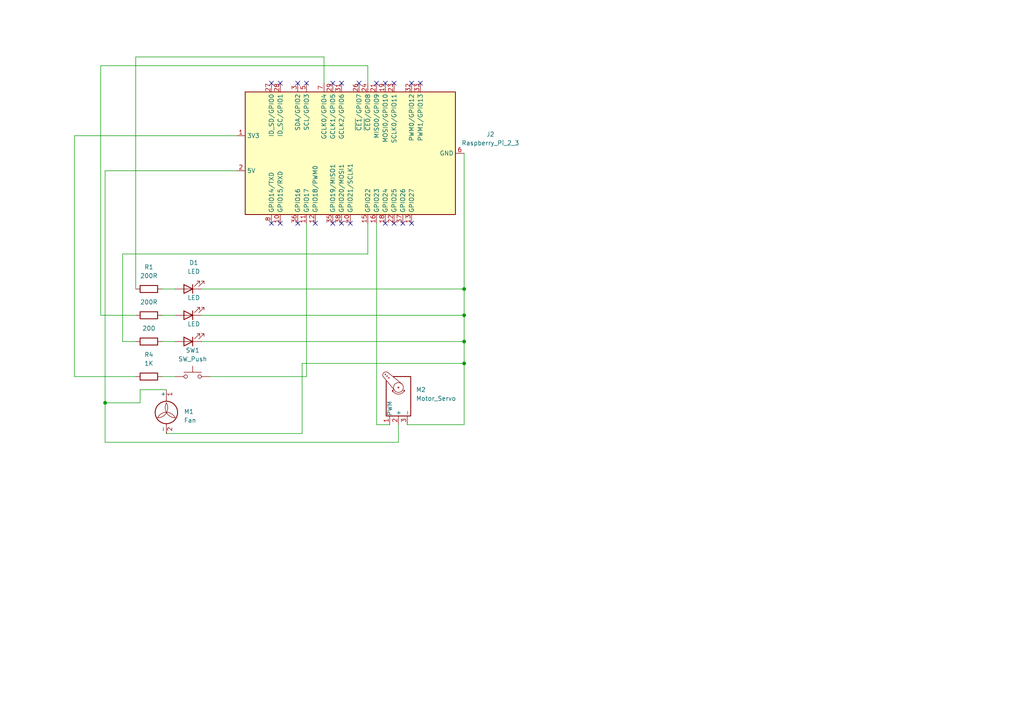
<source format=kicad_sch>
(kicad_sch
	(version 20231120)
	(generator "eeschema")
	(generator_version "8.0")
	(uuid "de29cac4-e34c-4a73-8b34-01951755c871")
	(paper "A4")
	(lib_symbols
		(symbol "Connector:Raspberry_Pi_2_3"
			(exclude_from_sim no)
			(in_bom yes)
			(on_board yes)
			(property "Reference" "J"
				(at -17.78 31.75 0)
				(effects
					(font
						(size 1.27 1.27)
					)
					(justify left bottom)
				)
			)
			(property "Value" "Raspberry_Pi_2_3"
				(at 10.16 -31.75 0)
				(effects
					(font
						(size 1.27 1.27)
					)
					(justify left top)
				)
			)
			(property "Footprint" ""
				(at 0 0 0)
				(effects
					(font
						(size 1.27 1.27)
					)
					(hide yes)
				)
			)
			(property "Datasheet" "https://www.raspberrypi.org/documentation/hardware/raspberrypi/schematics/rpi_SCH_3bplus_1p0_reduced.pdf"
				(at 60.96 -44.45 0)
				(effects
					(font
						(size 1.27 1.27)
					)
					(hide yes)
				)
			)
			(property "Description" "expansion header for Raspberry Pi 2 & 3"
				(at 0 0 0)
				(effects
					(font
						(size 1.27 1.27)
					)
					(hide yes)
				)
			)
			(property "ki_keywords" "raspberrypi gpio"
				(at 0 0 0)
				(effects
					(font
						(size 1.27 1.27)
					)
					(hide yes)
				)
			)
			(property "ki_fp_filters" "PinHeader*2x20*P2.54mm*Vertical* PinSocket*2x20*P2.54mm*Vertical*"
				(at 0 0 0)
				(effects
					(font
						(size 1.27 1.27)
					)
					(hide yes)
				)
			)
			(symbol "Raspberry_Pi_2_3_0_1"
				(rectangle
					(start -17.78 30.48)
					(end 17.78 -30.48)
					(stroke
						(width 0.254)
						(type default)
					)
					(fill
						(type background)
					)
				)
			)
			(symbol "Raspberry_Pi_2_3_1_1"
				(pin power_in line
					(at 5.08 33.02 270)
					(length 2.54)
					(name "3V3"
						(effects
							(font
								(size 1.27 1.27)
							)
						)
					)
					(number "1"
						(effects
							(font
								(size 1.27 1.27)
							)
						)
					)
				)
				(pin bidirectional line
					(at -20.32 20.32 0)
					(length 2.54)
					(name "GPIO15/RXD"
						(effects
							(font
								(size 1.27 1.27)
							)
						)
					)
					(number "10"
						(effects
							(font
								(size 1.27 1.27)
							)
						)
					)
				)
				(pin bidirectional line
					(at -20.32 12.7 0)
					(length 2.54)
					(name "GPIO17"
						(effects
							(font
								(size 1.27 1.27)
							)
						)
					)
					(number "11"
						(effects
							(font
								(size 1.27 1.27)
							)
						)
					)
				)
				(pin bidirectional line
					(at -20.32 10.16 0)
					(length 2.54)
					(name "GPIO18/PWM0"
						(effects
							(font
								(size 1.27 1.27)
							)
						)
					)
					(number "12"
						(effects
							(font
								(size 1.27 1.27)
							)
						)
					)
				)
				(pin bidirectional line
					(at -20.32 -17.78 0)
					(length 2.54)
					(name "GPIO27"
						(effects
							(font
								(size 1.27 1.27)
							)
						)
					)
					(number "13"
						(effects
							(font
								(size 1.27 1.27)
							)
						)
					)
				)
				(pin passive line
					(at 0 -33.02 90)
					(length 2.54) hide
					(name "GND"
						(effects
							(font
								(size 1.27 1.27)
							)
						)
					)
					(number "14"
						(effects
							(font
								(size 1.27 1.27)
							)
						)
					)
				)
				(pin bidirectional line
					(at -20.32 -5.08 0)
					(length 2.54)
					(name "GPIO22"
						(effects
							(font
								(size 1.27 1.27)
							)
						)
					)
					(number "15"
						(effects
							(font
								(size 1.27 1.27)
							)
						)
					)
				)
				(pin bidirectional line
					(at -20.32 -7.62 0)
					(length 2.54)
					(name "GPIO23"
						(effects
							(font
								(size 1.27 1.27)
							)
						)
					)
					(number "16"
						(effects
							(font
								(size 1.27 1.27)
							)
						)
					)
				)
				(pin passive line
					(at 5.08 33.02 270)
					(length 2.54) hide
					(name "3V3"
						(effects
							(font
								(size 1.27 1.27)
							)
						)
					)
					(number "17"
						(effects
							(font
								(size 1.27 1.27)
							)
						)
					)
				)
				(pin bidirectional line
					(at -20.32 -10.16 0)
					(length 2.54)
					(name "GPIO24"
						(effects
							(font
								(size 1.27 1.27)
							)
						)
					)
					(number "18"
						(effects
							(font
								(size 1.27 1.27)
							)
						)
					)
				)
				(pin bidirectional line
					(at 20.32 -10.16 180)
					(length 2.54)
					(name "MOSI0/GPIO10"
						(effects
							(font
								(size 1.27 1.27)
							)
						)
					)
					(number "19"
						(effects
							(font
								(size 1.27 1.27)
							)
						)
					)
				)
				(pin power_in line
					(at -5.08 33.02 270)
					(length 2.54)
					(name "5V"
						(effects
							(font
								(size 1.27 1.27)
							)
						)
					)
					(number "2"
						(effects
							(font
								(size 1.27 1.27)
							)
						)
					)
				)
				(pin passive line
					(at 0 -33.02 90)
					(length 2.54) hide
					(name "GND"
						(effects
							(font
								(size 1.27 1.27)
							)
						)
					)
					(number "20"
						(effects
							(font
								(size 1.27 1.27)
							)
						)
					)
				)
				(pin bidirectional line
					(at 20.32 -7.62 180)
					(length 2.54)
					(name "MISO0/GPIO9"
						(effects
							(font
								(size 1.27 1.27)
							)
						)
					)
					(number "21"
						(effects
							(font
								(size 1.27 1.27)
							)
						)
					)
				)
				(pin bidirectional line
					(at -20.32 -12.7 0)
					(length 2.54)
					(name "GPIO25"
						(effects
							(font
								(size 1.27 1.27)
							)
						)
					)
					(number "22"
						(effects
							(font
								(size 1.27 1.27)
							)
						)
					)
				)
				(pin bidirectional line
					(at 20.32 -12.7 180)
					(length 2.54)
					(name "SCLK0/GPIO11"
						(effects
							(font
								(size 1.27 1.27)
							)
						)
					)
					(number "23"
						(effects
							(font
								(size 1.27 1.27)
							)
						)
					)
				)
				(pin bidirectional line
					(at 20.32 -5.08 180)
					(length 2.54)
					(name "~{CE0}/GPIO8"
						(effects
							(font
								(size 1.27 1.27)
							)
						)
					)
					(number "24"
						(effects
							(font
								(size 1.27 1.27)
							)
						)
					)
				)
				(pin passive line
					(at 0 -33.02 90)
					(length 2.54) hide
					(name "GND"
						(effects
							(font
								(size 1.27 1.27)
							)
						)
					)
					(number "25"
						(effects
							(font
								(size 1.27 1.27)
							)
						)
					)
				)
				(pin bidirectional line
					(at 20.32 -2.54 180)
					(length 2.54)
					(name "~{CE1}/GPIO7"
						(effects
							(font
								(size 1.27 1.27)
							)
						)
					)
					(number "26"
						(effects
							(font
								(size 1.27 1.27)
							)
						)
					)
				)
				(pin bidirectional line
					(at 20.32 22.86 180)
					(length 2.54)
					(name "ID_SD/GPIO0"
						(effects
							(font
								(size 1.27 1.27)
							)
						)
					)
					(number "27"
						(effects
							(font
								(size 1.27 1.27)
							)
						)
					)
				)
				(pin bidirectional line
					(at 20.32 20.32 180)
					(length 2.54)
					(name "ID_SC/GPIO1"
						(effects
							(font
								(size 1.27 1.27)
							)
						)
					)
					(number "28"
						(effects
							(font
								(size 1.27 1.27)
							)
						)
					)
				)
				(pin bidirectional line
					(at 20.32 5.08 180)
					(length 2.54)
					(name "GCLK1/GPIO5"
						(effects
							(font
								(size 1.27 1.27)
							)
						)
					)
					(number "29"
						(effects
							(font
								(size 1.27 1.27)
							)
						)
					)
				)
				(pin bidirectional line
					(at 20.32 15.24 180)
					(length 2.54)
					(name "SDA/GPIO2"
						(effects
							(font
								(size 1.27 1.27)
							)
						)
					)
					(number "3"
						(effects
							(font
								(size 1.27 1.27)
							)
						)
					)
				)
				(pin passive line
					(at 0 -33.02 90)
					(length 2.54) hide
					(name "GND"
						(effects
							(font
								(size 1.27 1.27)
							)
						)
					)
					(number "30"
						(effects
							(font
								(size 1.27 1.27)
							)
						)
					)
				)
				(pin bidirectional line
					(at 20.32 2.54 180)
					(length 2.54)
					(name "GCLK2/GPIO6"
						(effects
							(font
								(size 1.27 1.27)
							)
						)
					)
					(number "31"
						(effects
							(font
								(size 1.27 1.27)
							)
						)
					)
				)
				(pin bidirectional line
					(at 20.32 -17.78 180)
					(length 2.54)
					(name "PWM0/GPIO12"
						(effects
							(font
								(size 1.27 1.27)
							)
						)
					)
					(number "32"
						(effects
							(font
								(size 1.27 1.27)
							)
						)
					)
				)
				(pin bidirectional line
					(at 20.32 -20.32 180)
					(length 2.54)
					(name "PWM1/GPIO13"
						(effects
							(font
								(size 1.27 1.27)
							)
						)
					)
					(number "33"
						(effects
							(font
								(size 1.27 1.27)
							)
						)
					)
				)
				(pin passive line
					(at 0 -33.02 90)
					(length 2.54) hide
					(name "GND"
						(effects
							(font
								(size 1.27 1.27)
							)
						)
					)
					(number "34"
						(effects
							(font
								(size 1.27 1.27)
							)
						)
					)
				)
				(pin bidirectional line
					(at -20.32 5.08 0)
					(length 2.54)
					(name "GPIO19/MISO1"
						(effects
							(font
								(size 1.27 1.27)
							)
						)
					)
					(number "35"
						(effects
							(font
								(size 1.27 1.27)
							)
						)
					)
				)
				(pin bidirectional line
					(at -20.32 15.24 0)
					(length 2.54)
					(name "GPIO16"
						(effects
							(font
								(size 1.27 1.27)
							)
						)
					)
					(number "36"
						(effects
							(font
								(size 1.27 1.27)
							)
						)
					)
				)
				(pin bidirectional line
					(at -20.32 -15.24 0)
					(length 2.54)
					(name "GPIO26"
						(effects
							(font
								(size 1.27 1.27)
							)
						)
					)
					(number "37"
						(effects
							(font
								(size 1.27 1.27)
							)
						)
					)
				)
				(pin bidirectional line
					(at -20.32 2.54 0)
					(length 2.54)
					(name "GPIO20/MOSI1"
						(effects
							(font
								(size 1.27 1.27)
							)
						)
					)
					(number "38"
						(effects
							(font
								(size 1.27 1.27)
							)
						)
					)
				)
				(pin passive line
					(at 0 -33.02 90)
					(length 2.54) hide
					(name "GND"
						(effects
							(font
								(size 1.27 1.27)
							)
						)
					)
					(number "39"
						(effects
							(font
								(size 1.27 1.27)
							)
						)
					)
				)
				(pin passive line
					(at -5.08 33.02 270)
					(length 2.54) hide
					(name "5V"
						(effects
							(font
								(size 1.27 1.27)
							)
						)
					)
					(number "4"
						(effects
							(font
								(size 1.27 1.27)
							)
						)
					)
				)
				(pin bidirectional line
					(at -20.32 0 0)
					(length 2.54)
					(name "GPIO21/SCLK1"
						(effects
							(font
								(size 1.27 1.27)
							)
						)
					)
					(number "40"
						(effects
							(font
								(size 1.27 1.27)
							)
						)
					)
				)
				(pin bidirectional line
					(at 20.32 12.7 180)
					(length 2.54)
					(name "SCL/GPIO3"
						(effects
							(font
								(size 1.27 1.27)
							)
						)
					)
					(number "5"
						(effects
							(font
								(size 1.27 1.27)
							)
						)
					)
				)
				(pin power_in line
					(at 0 -33.02 90)
					(length 2.54)
					(name "GND"
						(effects
							(font
								(size 1.27 1.27)
							)
						)
					)
					(number "6"
						(effects
							(font
								(size 1.27 1.27)
							)
						)
					)
				)
				(pin bidirectional line
					(at 20.32 7.62 180)
					(length 2.54)
					(name "GCLK0/GPIO4"
						(effects
							(font
								(size 1.27 1.27)
							)
						)
					)
					(number "7"
						(effects
							(font
								(size 1.27 1.27)
							)
						)
					)
				)
				(pin bidirectional line
					(at -20.32 22.86 0)
					(length 2.54)
					(name "GPIO14/TXD"
						(effects
							(font
								(size 1.27 1.27)
							)
						)
					)
					(number "8"
						(effects
							(font
								(size 1.27 1.27)
							)
						)
					)
				)
				(pin passive line
					(at 0 -33.02 90)
					(length 2.54) hide
					(name "GND"
						(effects
							(font
								(size 1.27 1.27)
							)
						)
					)
					(number "9"
						(effects
							(font
								(size 1.27 1.27)
							)
						)
					)
				)
			)
		)
		(symbol "Device:LED"
			(pin_numbers hide)
			(pin_names
				(offset 1.016) hide)
			(exclude_from_sim no)
			(in_bom yes)
			(on_board yes)
			(property "Reference" "D"
				(at 0 2.54 0)
				(effects
					(font
						(size 1.27 1.27)
					)
				)
			)
			(property "Value" "LED"
				(at 0 -2.54 0)
				(effects
					(font
						(size 1.27 1.27)
					)
				)
			)
			(property "Footprint" ""
				(at 0 0 0)
				(effects
					(font
						(size 1.27 1.27)
					)
					(hide yes)
				)
			)
			(property "Datasheet" "~"
				(at 0 0 0)
				(effects
					(font
						(size 1.27 1.27)
					)
					(hide yes)
				)
			)
			(property "Description" "Light emitting diode"
				(at 0 0 0)
				(effects
					(font
						(size 1.27 1.27)
					)
					(hide yes)
				)
			)
			(property "ki_keywords" "LED diode"
				(at 0 0 0)
				(effects
					(font
						(size 1.27 1.27)
					)
					(hide yes)
				)
			)
			(property "ki_fp_filters" "LED* LED_SMD:* LED_THT:*"
				(at 0 0 0)
				(effects
					(font
						(size 1.27 1.27)
					)
					(hide yes)
				)
			)
			(symbol "LED_0_1"
				(polyline
					(pts
						(xy -1.27 -1.27) (xy -1.27 1.27)
					)
					(stroke
						(width 0.254)
						(type default)
					)
					(fill
						(type none)
					)
				)
				(polyline
					(pts
						(xy -1.27 0) (xy 1.27 0)
					)
					(stroke
						(width 0)
						(type default)
					)
					(fill
						(type none)
					)
				)
				(polyline
					(pts
						(xy 1.27 -1.27) (xy 1.27 1.27) (xy -1.27 0) (xy 1.27 -1.27)
					)
					(stroke
						(width 0.254)
						(type default)
					)
					(fill
						(type none)
					)
				)
				(polyline
					(pts
						(xy -3.048 -0.762) (xy -4.572 -2.286) (xy -3.81 -2.286) (xy -4.572 -2.286) (xy -4.572 -1.524)
					)
					(stroke
						(width 0)
						(type default)
					)
					(fill
						(type none)
					)
				)
				(polyline
					(pts
						(xy -1.778 -0.762) (xy -3.302 -2.286) (xy -2.54 -2.286) (xy -3.302 -2.286) (xy -3.302 -1.524)
					)
					(stroke
						(width 0)
						(type default)
					)
					(fill
						(type none)
					)
				)
			)
			(symbol "LED_1_1"
				(pin passive line
					(at -3.81 0 0)
					(length 2.54)
					(name "K"
						(effects
							(font
								(size 1.27 1.27)
							)
						)
					)
					(number "1"
						(effects
							(font
								(size 1.27 1.27)
							)
						)
					)
				)
				(pin passive line
					(at 3.81 0 180)
					(length 2.54)
					(name "A"
						(effects
							(font
								(size 1.27 1.27)
							)
						)
					)
					(number "2"
						(effects
							(font
								(size 1.27 1.27)
							)
						)
					)
				)
			)
		)
		(symbol "Device:R"
			(pin_numbers hide)
			(pin_names
				(offset 0)
			)
			(exclude_from_sim no)
			(in_bom yes)
			(on_board yes)
			(property "Reference" "R"
				(at 2.032 0 90)
				(effects
					(font
						(size 1.27 1.27)
					)
				)
			)
			(property "Value" "R"
				(at 0 0 90)
				(effects
					(font
						(size 1.27 1.27)
					)
				)
			)
			(property "Footprint" ""
				(at -1.778 0 90)
				(effects
					(font
						(size 1.27 1.27)
					)
					(hide yes)
				)
			)
			(property "Datasheet" "~"
				(at 0 0 0)
				(effects
					(font
						(size 1.27 1.27)
					)
					(hide yes)
				)
			)
			(property "Description" "Resistor"
				(at 0 0 0)
				(effects
					(font
						(size 1.27 1.27)
					)
					(hide yes)
				)
			)
			(property "ki_keywords" "R res resistor"
				(at 0 0 0)
				(effects
					(font
						(size 1.27 1.27)
					)
					(hide yes)
				)
			)
			(property "ki_fp_filters" "R_*"
				(at 0 0 0)
				(effects
					(font
						(size 1.27 1.27)
					)
					(hide yes)
				)
			)
			(symbol "R_0_1"
				(rectangle
					(start -1.016 -2.54)
					(end 1.016 2.54)
					(stroke
						(width 0.254)
						(type default)
					)
					(fill
						(type none)
					)
				)
			)
			(symbol "R_1_1"
				(pin passive line
					(at 0 3.81 270)
					(length 1.27)
					(name "~"
						(effects
							(font
								(size 1.27 1.27)
							)
						)
					)
					(number "1"
						(effects
							(font
								(size 1.27 1.27)
							)
						)
					)
				)
				(pin passive line
					(at 0 -3.81 90)
					(length 1.27)
					(name "~"
						(effects
							(font
								(size 1.27 1.27)
							)
						)
					)
					(number "2"
						(effects
							(font
								(size 1.27 1.27)
							)
						)
					)
				)
			)
		)
		(symbol "Motor:Fan"
			(pin_names
				(offset 0)
			)
			(exclude_from_sim no)
			(in_bom yes)
			(on_board yes)
			(property "Reference" "M"
				(at 2.54 5.08 0)
				(effects
					(font
						(size 1.27 1.27)
					)
					(justify left)
				)
			)
			(property "Value" "Fan"
				(at 2.54 -2.54 0)
				(effects
					(font
						(size 1.27 1.27)
					)
					(justify left top)
				)
			)
			(property "Footprint" ""
				(at 0 0.254 0)
				(effects
					(font
						(size 1.27 1.27)
					)
					(hide yes)
				)
			)
			(property "Datasheet" "~"
				(at 0 0.254 0)
				(effects
					(font
						(size 1.27 1.27)
					)
					(hide yes)
				)
			)
			(property "Description" "Fan"
				(at 0 0 0)
				(effects
					(font
						(size 1.27 1.27)
					)
					(hide yes)
				)
			)
			(property "ki_keywords" "Fan Motor"
				(at 0 0 0)
				(effects
					(font
						(size 1.27 1.27)
					)
					(hide yes)
				)
			)
			(property "ki_fp_filters" "PinHeader*P2.54mm* TerminalBlock*"
				(at 0 0 0)
				(effects
					(font
						(size 1.27 1.27)
					)
					(hide yes)
				)
			)
			(symbol "Fan_0_1"
				(arc
					(start -2.54 -0.508)
					(mid 0.0028 0.9121)
					(end 0 3.81)
					(stroke
						(width 0)
						(type default)
					)
					(fill
						(type none)
					)
				)
				(polyline
					(pts
						(xy 0 -5.08) (xy 0 -4.572)
					)
					(stroke
						(width 0)
						(type default)
					)
					(fill
						(type none)
					)
				)
				(polyline
					(pts
						(xy 0 -2.2352) (xy 0 -2.6416)
					)
					(stroke
						(width 0)
						(type default)
					)
					(fill
						(type none)
					)
				)
				(polyline
					(pts
						(xy 0 4.2672) (xy 0 4.6228)
					)
					(stroke
						(width 0)
						(type default)
					)
					(fill
						(type none)
					)
				)
				(polyline
					(pts
						(xy 0 4.572) (xy 0 5.08)
					)
					(stroke
						(width 0)
						(type default)
					)
					(fill
						(type none)
					)
				)
				(circle
					(center 0 1.016)
					(radius 3.2512)
					(stroke
						(width 0.254)
						(type default)
					)
					(fill
						(type none)
					)
				)
				(arc
					(start 0 3.81)
					(mid 0.053 0.921)
					(end 2.54 -0.508)
					(stroke
						(width 0)
						(type default)
					)
					(fill
						(type none)
					)
				)
				(arc
					(start 2.54 -0.508)
					(mid 0 1.0618)
					(end -2.54 -0.508)
					(stroke
						(width 0)
						(type default)
					)
					(fill
						(type none)
					)
				)
			)
			(symbol "Fan_1_1"
				(pin passive line
					(at 0 7.62 270)
					(length 2.54)
					(name "+"
						(effects
							(font
								(size 1.27 1.27)
							)
						)
					)
					(number "1"
						(effects
							(font
								(size 1.27 1.27)
							)
						)
					)
				)
				(pin passive line
					(at 0 -5.08 90)
					(length 2.54)
					(name "-"
						(effects
							(font
								(size 1.27 1.27)
							)
						)
					)
					(number "2"
						(effects
							(font
								(size 1.27 1.27)
							)
						)
					)
				)
			)
		)
		(symbol "Motor:Motor_Servo"
			(pin_names
				(offset 0.0254)
			)
			(exclude_from_sim no)
			(in_bom yes)
			(on_board yes)
			(property "Reference" "M"
				(at -5.08 4.445 0)
				(effects
					(font
						(size 1.27 1.27)
					)
					(justify left)
				)
			)
			(property "Value" "Motor_Servo"
				(at -5.08 -4.064 0)
				(effects
					(font
						(size 1.27 1.27)
					)
					(justify left top)
				)
			)
			(property "Footprint" ""
				(at 0 -4.826 0)
				(effects
					(font
						(size 1.27 1.27)
					)
					(hide yes)
				)
			)
			(property "Datasheet" "http://forums.parallax.com/uploads/attachments/46831/74481.png"
				(at 0 -4.826 0)
				(effects
					(font
						(size 1.27 1.27)
					)
					(hide yes)
				)
			)
			(property "Description" "Servo Motor (Futaba, HiTec, JR connector)"
				(at 0 0 0)
				(effects
					(font
						(size 1.27 1.27)
					)
					(hide yes)
				)
			)
			(property "ki_keywords" "Servo Motor"
				(at 0 0 0)
				(effects
					(font
						(size 1.27 1.27)
					)
					(hide yes)
				)
			)
			(property "ki_fp_filters" "PinHeader*P2.54mm*"
				(at 0 0 0)
				(effects
					(font
						(size 1.27 1.27)
					)
					(hide yes)
				)
			)
			(symbol "Motor_Servo_0_1"
				(polyline
					(pts
						(xy 2.413 -1.778) (xy 2.032 -1.778)
					)
					(stroke
						(width 0)
						(type default)
					)
					(fill
						(type none)
					)
				)
				(polyline
					(pts
						(xy 2.413 -1.778) (xy 2.286 -1.397)
					)
					(stroke
						(width 0)
						(type default)
					)
					(fill
						(type none)
					)
				)
				(polyline
					(pts
						(xy 2.413 1.778) (xy 1.905 1.778)
					)
					(stroke
						(width 0)
						(type default)
					)
					(fill
						(type none)
					)
				)
				(polyline
					(pts
						(xy 2.413 1.778) (xy 2.286 1.397)
					)
					(stroke
						(width 0)
						(type default)
					)
					(fill
						(type none)
					)
				)
				(polyline
					(pts
						(xy 6.35 4.445) (xy 2.54 1.27)
					)
					(stroke
						(width 0)
						(type default)
					)
					(fill
						(type none)
					)
				)
				(polyline
					(pts
						(xy 7.62 3.175) (xy 4.191 -1.016)
					)
					(stroke
						(width 0)
						(type default)
					)
					(fill
						(type none)
					)
				)
				(polyline
					(pts
						(xy 5.08 3.556) (xy -5.08 3.556) (xy -5.08 -3.556) (xy 6.35 -3.556) (xy 6.35 1.524)
					)
					(stroke
						(width 0.254)
						(type default)
					)
					(fill
						(type none)
					)
				)
				(arc
					(start 2.413 1.778)
					(mid 1.2406 0)
					(end 2.413 -1.778)
					(stroke
						(width 0)
						(type default)
					)
					(fill
						(type none)
					)
				)
				(circle
					(center 3.175 0)
					(radius 0.1778)
					(stroke
						(width 0)
						(type default)
					)
					(fill
						(type none)
					)
				)
				(circle
					(center 3.175 0)
					(radius 1.4224)
					(stroke
						(width 0)
						(type default)
					)
					(fill
						(type none)
					)
				)
				(circle
					(center 5.969 2.794)
					(radius 0.127)
					(stroke
						(width 0)
						(type default)
					)
					(fill
						(type none)
					)
				)
				(circle
					(center 6.477 3.302)
					(radius 0.127)
					(stroke
						(width 0)
						(type default)
					)
					(fill
						(type none)
					)
				)
				(circle
					(center 6.985 3.81)
					(radius 0.127)
					(stroke
						(width 0)
						(type default)
					)
					(fill
						(type none)
					)
				)
				(arc
					(start 7.62 3.175)
					(mid 7.4485 4.2735)
					(end 6.35 4.445)
					(stroke
						(width 0)
						(type default)
					)
					(fill
						(type none)
					)
				)
			)
			(symbol "Motor_Servo_1_1"
				(pin passive line
					(at -7.62 2.54 0)
					(length 2.54)
					(name "PWM"
						(effects
							(font
								(size 1.27 1.27)
							)
						)
					)
					(number "1"
						(effects
							(font
								(size 1.27 1.27)
							)
						)
					)
				)
				(pin passive line
					(at -7.62 0 0)
					(length 2.54)
					(name "+"
						(effects
							(font
								(size 1.27 1.27)
							)
						)
					)
					(number "2"
						(effects
							(font
								(size 1.27 1.27)
							)
						)
					)
				)
				(pin passive line
					(at -7.62 -2.54 0)
					(length 2.54)
					(name "-"
						(effects
							(font
								(size 1.27 1.27)
							)
						)
					)
					(number "3"
						(effects
							(font
								(size 1.27 1.27)
							)
						)
					)
				)
			)
		)
		(symbol "Switch:SW_Push"
			(pin_numbers hide)
			(pin_names
				(offset 1.016) hide)
			(exclude_from_sim no)
			(in_bom yes)
			(on_board yes)
			(property "Reference" "SW"
				(at 1.27 2.54 0)
				(effects
					(font
						(size 1.27 1.27)
					)
					(justify left)
				)
			)
			(property "Value" "SW_Push"
				(at 0 -1.524 0)
				(effects
					(font
						(size 1.27 1.27)
					)
				)
			)
			(property "Footprint" ""
				(at 0 5.08 0)
				(effects
					(font
						(size 1.27 1.27)
					)
					(hide yes)
				)
			)
			(property "Datasheet" "~"
				(at 0 5.08 0)
				(effects
					(font
						(size 1.27 1.27)
					)
					(hide yes)
				)
			)
			(property "Description" "Push button switch, generic, two pins"
				(at 0 0 0)
				(effects
					(font
						(size 1.27 1.27)
					)
					(hide yes)
				)
			)
			(property "ki_keywords" "switch normally-open pushbutton push-button"
				(at 0 0 0)
				(effects
					(font
						(size 1.27 1.27)
					)
					(hide yes)
				)
			)
			(symbol "SW_Push_0_1"
				(circle
					(center -2.032 0)
					(radius 0.508)
					(stroke
						(width 0)
						(type default)
					)
					(fill
						(type none)
					)
				)
				(polyline
					(pts
						(xy 0 1.27) (xy 0 3.048)
					)
					(stroke
						(width 0)
						(type default)
					)
					(fill
						(type none)
					)
				)
				(polyline
					(pts
						(xy 2.54 1.27) (xy -2.54 1.27)
					)
					(stroke
						(width 0)
						(type default)
					)
					(fill
						(type none)
					)
				)
				(circle
					(center 2.032 0)
					(radius 0.508)
					(stroke
						(width 0)
						(type default)
					)
					(fill
						(type none)
					)
				)
				(pin passive line
					(at -5.08 0 0)
					(length 2.54)
					(name "1"
						(effects
							(font
								(size 1.27 1.27)
							)
						)
					)
					(number "1"
						(effects
							(font
								(size 1.27 1.27)
							)
						)
					)
				)
				(pin passive line
					(at 5.08 0 180)
					(length 2.54)
					(name "2"
						(effects
							(font
								(size 1.27 1.27)
							)
						)
					)
					(number "2"
						(effects
							(font
								(size 1.27 1.27)
							)
						)
					)
				)
			)
		)
	)
	(junction
		(at 134.62 83.82)
		(diameter 0)
		(color 0 0 0 0)
		(uuid "16644eb6-e490-4267-ac64-e52b0cb68158")
	)
	(junction
		(at 134.62 105.41)
		(diameter 0)
		(color 0 0 0 0)
		(uuid "413587b7-c544-4301-9be0-91c005bf082c")
	)
	(junction
		(at 134.62 91.44)
		(diameter 0)
		(color 0 0 0 0)
		(uuid "5469b9e3-713d-43a1-a885-9f5b7cab38a2")
	)
	(junction
		(at 134.62 99.06)
		(diameter 0)
		(color 0 0 0 0)
		(uuid "79bb362c-365d-4569-b925-d3d2317ccaa1")
	)
	(junction
		(at 30.48 116.84)
		(diameter 0)
		(color 0 0 0 0)
		(uuid "a8e57d21-2276-4ad0-a8f5-7202a72e45c4")
	)
	(no_connect
		(at 81.28 64.77)
		(uuid "05be58ef-4c25-4e02-bb50-4778de75558c")
	)
	(no_connect
		(at 91.44 64.77)
		(uuid "079906d2-f235-45ad-8190-a6101ffba826")
	)
	(no_connect
		(at 81.28 24.13)
		(uuid "18f85d52-9b47-4712-a1f7-a4fe447afa6a")
	)
	(no_connect
		(at 101.6 64.77)
		(uuid "1a680527-b4bd-4034-80f1-f4b30d2e3670")
	)
	(no_connect
		(at 111.76 24.13)
		(uuid "2a6cee29-a9c6-4474-858d-be049b419ebc")
	)
	(no_connect
		(at 86.36 64.77)
		(uuid "33340d5f-7244-4082-840a-f850d702c68c")
	)
	(no_connect
		(at 99.06 64.77)
		(uuid "35d05585-5837-478a-8129-7cb7af1cfd01")
	)
	(no_connect
		(at 104.14 24.13)
		(uuid "39a6ce40-6fb7-4b89-b9d0-74c241c55c38")
	)
	(no_connect
		(at 121.92 24.13)
		(uuid "3ba78db4-a34d-46ba-86da-5233ac2fa2c8")
	)
	(no_connect
		(at 114.3 24.13)
		(uuid "3ef7988b-d48f-44e8-b3e4-5e008b986019")
	)
	(no_connect
		(at 99.06 24.13)
		(uuid "431a1ba6-cc3e-4914-9b8a-4d8b614f23be")
	)
	(no_connect
		(at 116.84 64.77)
		(uuid "459aeb53-beec-4019-9975-0b48c915e2c6")
	)
	(no_connect
		(at 86.36 24.13)
		(uuid "5f0e15d6-f747-4c76-8068-ddbc7f650fdb")
	)
	(no_connect
		(at 114.3 64.77)
		(uuid "63a425a3-cba0-4d88-b8b6-a397d849bde3")
	)
	(no_connect
		(at 78.74 64.77)
		(uuid "6a5912b9-32b5-4f04-81a0-ecf3ae78a156")
	)
	(no_connect
		(at 96.52 24.13)
		(uuid "8b744311-e916-4d79-886d-2f124ddb4011")
	)
	(no_connect
		(at 111.76 64.77)
		(uuid "9284414e-a076-4f27-8f30-c2428b3d38c4")
	)
	(no_connect
		(at 119.38 64.77)
		(uuid "95477628-46d3-4148-a3f1-5af62a38aa40")
	)
	(no_connect
		(at 88.9 24.13)
		(uuid "a0e37eea-7027-4de4-b9cd-9014431f5d17")
	)
	(no_connect
		(at 78.74 24.13)
		(uuid "bc6c0b06-1baa-44bd-a947-dfb03dcec105")
	)
	(no_connect
		(at 119.38 24.13)
		(uuid "c8d76c67-d5a2-4709-af78-2a4a996e5226")
	)
	(no_connect
		(at 96.52 64.77)
		(uuid "ca6c6948-540a-4f5f-9bb8-983c28ef92a8")
	)
	(no_connect
		(at 109.22 24.13)
		(uuid "f1d17863-4cfb-4953-8b97-6766666d7791")
	)
	(wire
		(pts
			(xy 46.99 99.06) (xy 50.8 99.06)
		)
		(stroke
			(width 0)
			(type default)
		)
		(uuid "06e5256f-de1d-4afc-bffa-5a8374da2eb8")
	)
	(wire
		(pts
			(xy 30.48 116.84) (xy 40.64 116.84)
		)
		(stroke
			(width 0)
			(type default)
		)
		(uuid "154d8e45-5bf3-4654-8a68-11f2308c0aef")
	)
	(wire
		(pts
			(xy 29.21 19.05) (xy 106.68 19.05)
		)
		(stroke
			(width 0)
			(type default)
		)
		(uuid "1eb0e67f-f30d-4a2f-ba56-9b39b8918fbf")
	)
	(wire
		(pts
			(xy 29.21 91.44) (xy 29.21 19.05)
		)
		(stroke
			(width 0)
			(type default)
		)
		(uuid "262a8863-118e-4f62-98f1-507a3634b8cb")
	)
	(wire
		(pts
			(xy 106.68 64.77) (xy 106.68 73.66)
		)
		(stroke
			(width 0)
			(type default)
		)
		(uuid "2973def1-6e8c-43c9-8765-63c2ffcf3e7c")
	)
	(wire
		(pts
			(xy 118.11 123.19) (xy 134.62 123.19)
		)
		(stroke
			(width 0)
			(type default)
		)
		(uuid "37bfd910-4b42-4513-b645-fa749a6f5f08")
	)
	(wire
		(pts
			(xy 39.37 91.44) (xy 29.21 91.44)
		)
		(stroke
			(width 0)
			(type default)
		)
		(uuid "3c64c3ed-992b-4a16-8615-a3de1a64e1dc")
	)
	(wire
		(pts
			(xy 48.26 113.03) (xy 40.64 113.03)
		)
		(stroke
			(width 0)
			(type default)
		)
		(uuid "3f8e63d4-3c2b-4dfd-8d25-2b6ea78788f0")
	)
	(wire
		(pts
			(xy 30.48 49.53) (xy 68.58 49.53)
		)
		(stroke
			(width 0)
			(type default)
		)
		(uuid "4186b5b1-5bb2-4928-9a40-4983507c066c")
	)
	(wire
		(pts
			(xy 35.56 73.66) (xy 35.56 99.06)
		)
		(stroke
			(width 0)
			(type default)
		)
		(uuid "419f440c-7bed-43c1-9afc-b4523520371b")
	)
	(wire
		(pts
			(xy 58.42 83.82) (xy 134.62 83.82)
		)
		(stroke
			(width 0)
			(type default)
		)
		(uuid "4c3e499d-c04d-4ee9-8af5-732f87bf2d91")
	)
	(wire
		(pts
			(xy 58.42 99.06) (xy 134.62 99.06)
		)
		(stroke
			(width 0)
			(type default)
		)
		(uuid "4d2717df-359e-4c0a-be94-924a7c1d7641")
	)
	(wire
		(pts
			(xy 106.68 73.66) (xy 35.56 73.66)
		)
		(stroke
			(width 0)
			(type default)
		)
		(uuid "4fbbfe16-f84a-4790-bc1c-b1565f912081")
	)
	(wire
		(pts
			(xy 46.99 91.44) (xy 50.8 91.44)
		)
		(stroke
			(width 0)
			(type default)
		)
		(uuid "51c80295-c0fb-437c-a0a4-f9142a517b92")
	)
	(wire
		(pts
			(xy 87.63 105.41) (xy 134.62 105.41)
		)
		(stroke
			(width 0)
			(type default)
		)
		(uuid "56f606a5-1169-4094-ae61-1c32b8657350")
	)
	(wire
		(pts
			(xy 93.98 16.51) (xy 39.37 16.51)
		)
		(stroke
			(width 0)
			(type default)
		)
		(uuid "5ac13adf-deef-494f-9a7e-288751528876")
	)
	(wire
		(pts
			(xy 39.37 16.51) (xy 39.37 83.82)
		)
		(stroke
			(width 0)
			(type default)
		)
		(uuid "5bb33300-e2f4-42b4-b467-1516d2647bd7")
	)
	(wire
		(pts
			(xy 88.9 64.77) (xy 88.9 109.22)
		)
		(stroke
			(width 0)
			(type default)
		)
		(uuid "5f72b90d-ab47-4b63-836c-4219c57384b5")
	)
	(wire
		(pts
			(xy 21.59 39.37) (xy 68.58 39.37)
		)
		(stroke
			(width 0)
			(type default)
		)
		(uuid "7153ef55-f2a1-4a2b-b2a2-e796fc1cf06a")
	)
	(wire
		(pts
			(xy 30.48 128.27) (xy 30.48 116.84)
		)
		(stroke
			(width 0)
			(type default)
		)
		(uuid "77467dfc-98c0-423a-b547-fc320490893f")
	)
	(wire
		(pts
			(xy 40.64 113.03) (xy 40.64 116.84)
		)
		(stroke
			(width 0)
			(type default)
		)
		(uuid "7970cc2d-0c29-4779-a118-d6172acdf319")
	)
	(wire
		(pts
			(xy 30.48 116.84) (xy 30.48 49.53)
		)
		(stroke
			(width 0)
			(type default)
		)
		(uuid "7ae4785b-9918-472c-88ff-1cebafa85c35")
	)
	(wire
		(pts
			(xy 109.22 123.19) (xy 113.03 123.19)
		)
		(stroke
			(width 0)
			(type default)
		)
		(uuid "80f16381-32ed-4bba-bd5e-c350bd3d2c9b")
	)
	(wire
		(pts
			(xy 115.57 128.27) (xy 30.48 128.27)
		)
		(stroke
			(width 0)
			(type default)
		)
		(uuid "89265921-ac6f-4cc3-b193-f151e61e154b")
	)
	(wire
		(pts
			(xy 115.57 123.19) (xy 115.57 128.27)
		)
		(stroke
			(width 0)
			(type default)
		)
		(uuid "8b67237d-34bc-4de8-a0b9-22b3b1076d97")
	)
	(wire
		(pts
			(xy 134.62 105.41) (xy 134.62 123.19)
		)
		(stroke
			(width 0)
			(type default)
		)
		(uuid "936ac2e2-f685-4f0d-8bfd-1018e3033bbc")
	)
	(wire
		(pts
			(xy 46.99 109.22) (xy 50.8 109.22)
		)
		(stroke
			(width 0)
			(type default)
		)
		(uuid "94c2e9c0-b3ee-4ce2-993e-9df2a0a226bd")
	)
	(wire
		(pts
			(xy 134.62 83.82) (xy 134.62 44.45)
		)
		(stroke
			(width 0)
			(type default)
		)
		(uuid "9b39f2fb-c16b-47fd-b218-0698a6e55109")
	)
	(wire
		(pts
			(xy 109.22 64.77) (xy 109.22 123.19)
		)
		(stroke
			(width 0)
			(type default)
		)
		(uuid "9d8e44f7-5616-4a6d-b9f2-b779f9311e9c")
	)
	(wire
		(pts
			(xy 93.98 24.13) (xy 93.98 16.51)
		)
		(stroke
			(width 0)
			(type default)
		)
		(uuid "9dc87339-c62b-462d-9614-a875978c9017")
	)
	(wire
		(pts
			(xy 134.62 83.82) (xy 134.62 91.44)
		)
		(stroke
			(width 0)
			(type default)
		)
		(uuid "aa43c732-e87c-4735-af53-f2e860ce81a8")
	)
	(wire
		(pts
			(xy 21.59 109.22) (xy 21.59 39.37)
		)
		(stroke
			(width 0)
			(type default)
		)
		(uuid "ae71e885-cf61-45f4-883f-cb982b680587")
	)
	(wire
		(pts
			(xy 48.26 125.73) (xy 87.63 125.73)
		)
		(stroke
			(width 0)
			(type default)
		)
		(uuid "ba4d5f88-d465-4a32-9abf-483e2f7a6f8f")
	)
	(wire
		(pts
			(xy 88.9 109.22) (xy 60.96 109.22)
		)
		(stroke
			(width 0)
			(type default)
		)
		(uuid "ba79100a-c7bf-4831-b710-c5afbc25c25e")
	)
	(wire
		(pts
			(xy 134.62 91.44) (xy 134.62 99.06)
		)
		(stroke
			(width 0)
			(type default)
		)
		(uuid "c051df53-8127-4479-8981-2025fdc2d97c")
	)
	(wire
		(pts
			(xy 134.62 99.06) (xy 134.62 105.41)
		)
		(stroke
			(width 0)
			(type default)
		)
		(uuid "c5a8fc44-8a75-4ee6-ac6a-940259d20888")
	)
	(wire
		(pts
			(xy 87.63 105.41) (xy 87.63 125.73)
		)
		(stroke
			(width 0)
			(type default)
		)
		(uuid "c8588387-49ec-4b90-a330-b90fa5eef060")
	)
	(wire
		(pts
			(xy 106.68 19.05) (xy 106.68 24.13)
		)
		(stroke
			(width 0)
			(type default)
		)
		(uuid "d19350f5-d215-4ea5-afd8-895bf279036b")
	)
	(wire
		(pts
			(xy 46.99 83.82) (xy 50.8 83.82)
		)
		(stroke
			(width 0)
			(type default)
		)
		(uuid "e9558b7d-cbf7-4537-a2b8-8a9f3ba8337d")
	)
	(wire
		(pts
			(xy 35.56 99.06) (xy 39.37 99.06)
		)
		(stroke
			(width 0)
			(type default)
		)
		(uuid "eb58fae0-0fa1-46cb-9593-d152c4e595bc")
	)
	(wire
		(pts
			(xy 39.37 109.22) (xy 21.59 109.22)
		)
		(stroke
			(width 0)
			(type default)
		)
		(uuid "eb9c2784-3036-4209-8251-c54d0a38cb48")
	)
	(wire
		(pts
			(xy 58.42 91.44) (xy 134.62 91.44)
		)
		(stroke
			(width 0)
			(type default)
		)
		(uuid "f41fb799-4196-4005-bc58-0706819905a0")
	)
	(symbol
		(lib_id "Device:LED")
		(at 54.61 99.06 180)
		(unit 1)
		(exclude_from_sim no)
		(in_bom yes)
		(on_board yes)
		(dnp no)
		(fields_autoplaced yes)
		(uuid "041997fe-28be-4c91-8d4e-cb5a2243111b")
		(property "Reference" "D3"
			(at 56.1975 91.44 0)
			(effects
				(font
					(size 1.27 1.27)
				)
				(hide yes)
			)
		)
		(property "Value" "LED"
			(at 56.1975 93.98 0)
			(effects
				(font
					(size 1.27 1.27)
				)
			)
		)
		(property "Footprint" "LED_THT:LED_D5.0mm"
			(at 54.61 99.06 0)
			(effects
				(font
					(size 1.27 1.27)
				)
				(hide yes)
			)
		)
		(property "Datasheet" "~"
			(at 54.61 99.06 0)
			(effects
				(font
					(size 1.27 1.27)
				)
				(hide yes)
			)
		)
		(property "Description" "Light emitting diode"
			(at 54.61 99.06 0)
			(effects
				(font
					(size 1.27 1.27)
				)
				(hide yes)
			)
		)
		(pin "2"
			(uuid "52eb39cd-3b6a-45ec-9508-afec991117d1")
		)
		(pin "1"
			(uuid "1b3a26ba-6a07-476a-861a-406e1ad54bb4")
		)
		(instances
			(project "test"
				(path "/de29cac4-e34c-4a73-8b34-01951755c871"
					(reference "D3")
					(unit 1)
				)
			)
		)
	)
	(symbol
		(lib_id "Device:R")
		(at 43.18 109.22 90)
		(unit 1)
		(exclude_from_sim no)
		(in_bom yes)
		(on_board yes)
		(dnp no)
		(fields_autoplaced yes)
		(uuid "0635e42b-04ec-4ed3-a723-6985c3f4949f")
		(property "Reference" "R4"
			(at 43.18 102.87 90)
			(effects
				(font
					(size 1.27 1.27)
				)
			)
		)
		(property "Value" "1K"
			(at 43.18 105.41 90)
			(effects
				(font
					(size 1.27 1.27)
				)
			)
		)
		(property "Footprint" "Resistor_SMD:R_0805_2012Metric"
			(at 43.18 110.998 90)
			(effects
				(font
					(size 1.27 1.27)
				)
				(hide yes)
			)
		)
		(property "Datasheet" "~"
			(at 43.18 109.22 0)
			(effects
				(font
					(size 1.27 1.27)
				)
				(hide yes)
			)
		)
		(property "Description" "Resistor"
			(at 43.18 109.22 0)
			(effects
				(font
					(size 1.27 1.27)
				)
				(hide yes)
			)
		)
		(pin "1"
			(uuid "6e8167ff-df89-4103-b3d8-18628e6a7f4f")
		)
		(pin "2"
			(uuid "cf96bf00-8ad6-4370-befc-ca40c1dccb76")
		)
		(instances
			(project ""
				(path "/de29cac4-e34c-4a73-8b34-01951755c871"
					(reference "R4")
					(unit 1)
				)
			)
		)
	)
	(symbol
		(lib_id "Switch:SW_Push")
		(at 55.88 109.22 0)
		(unit 1)
		(exclude_from_sim no)
		(in_bom yes)
		(on_board yes)
		(dnp no)
		(fields_autoplaced yes)
		(uuid "20db2a82-3468-42b0-8515-3afd2c53adb3")
		(property "Reference" "SW1"
			(at 55.88 101.6 0)
			(effects
				(font
					(size 1.27 1.27)
				)
			)
		)
		(property "Value" "SW_Push"
			(at 55.88 104.14 0)
			(effects
				(font
					(size 1.27 1.27)
				)
			)
		)
		(property "Footprint" "Button_Switch_THT:SW_PUSH_6mm_H9.5mm"
			(at 55.88 104.14 0)
			(effects
				(font
					(size 1.27 1.27)
				)
				(hide yes)
			)
		)
		(property "Datasheet" "~"
			(at 55.88 104.14 0)
			(effects
				(font
					(size 1.27 1.27)
				)
				(hide yes)
			)
		)
		(property "Description" "Push button switch, generic, two pins"
			(at 55.88 109.22 0)
			(effects
				(font
					(size 1.27 1.27)
				)
				(hide yes)
			)
		)
		(pin "1"
			(uuid "9faf5321-4228-442f-8c11-9ae6358e7546")
		)
		(pin "2"
			(uuid "969f9afd-d8a9-4acf-8880-54ee6c9b4599")
		)
		(instances
			(project ""
				(path "/de29cac4-e34c-4a73-8b34-01951755c871"
					(reference "SW1")
					(unit 1)
				)
			)
		)
	)
	(symbol
		(lib_id "Motor:Fan")
		(at 48.26 120.65 0)
		(unit 1)
		(exclude_from_sim no)
		(in_bom yes)
		(on_board yes)
		(dnp no)
		(fields_autoplaced yes)
		(uuid "292e1e84-8818-447b-b9bf-2859883f5cec")
		(property "Reference" "M1"
			(at 53.34 119.3799 0)
			(effects
				(font
					(size 1.27 1.27)
				)
				(justify left)
			)
		)
		(property "Value" "Fan"
			(at 53.34 121.9199 0)
			(effects
				(font
					(size 1.27 1.27)
				)
				(justify left)
			)
		)
		(property "Footprint" "Connector_PinHeader_2.54mm:PinHeader_1x02_P2.54mm_Vertical"
			(at 48.26 120.396 0)
			(effects
				(font
					(size 1.27 1.27)
				)
				(hide yes)
			)
		)
		(property "Datasheet" "~"
			(at 48.26 120.396 0)
			(effects
				(font
					(size 1.27 1.27)
				)
				(hide yes)
			)
		)
		(property "Description" "Fan"
			(at 48.26 120.65 0)
			(effects
				(font
					(size 1.27 1.27)
				)
				(hide yes)
			)
		)
		(pin "2"
			(uuid "2a944101-7655-4d32-9fd4-c61f818f173d")
		)
		(pin "1"
			(uuid "3558803b-7b49-4a26-9e94-648d4a1bf0dd")
		)
		(instances
			(project ""
				(path "/de29cac4-e34c-4a73-8b34-01951755c871"
					(reference "M1")
					(unit 1)
				)
			)
		)
	)
	(symbol
		(lib_id "Device:LED")
		(at 54.61 91.44 180)
		(unit 1)
		(exclude_from_sim no)
		(in_bom yes)
		(on_board yes)
		(dnp no)
		(fields_autoplaced yes)
		(uuid "4d2b7c3a-de2a-4314-bac7-cbb0b8969d8b")
		(property "Reference" "D2"
			(at 56.1975 83.82 0)
			(effects
				(font
					(size 1.27 1.27)
				)
				(hide yes)
			)
		)
		(property "Value" "LED"
			(at 56.1975 86.36 0)
			(effects
				(font
					(size 1.27 1.27)
				)
			)
		)
		(property "Footprint" "LED_THT:LED_D5.0mm"
			(at 54.61 91.44 0)
			(effects
				(font
					(size 1.27 1.27)
				)
				(hide yes)
			)
		)
		(property "Datasheet" "~"
			(at 54.61 91.44 0)
			(effects
				(font
					(size 1.27 1.27)
				)
				(hide yes)
			)
		)
		(property "Description" "Light emitting diode"
			(at 54.61 91.44 0)
			(effects
				(font
					(size 1.27 1.27)
				)
				(hide yes)
			)
		)
		(pin "2"
			(uuid "919a33eb-9e90-4562-9f5d-2c8f344e3b8b")
		)
		(pin "1"
			(uuid "6058a29d-2f48-4ed1-aedf-9e01ae39b940")
		)
		(instances
			(project "test"
				(path "/de29cac4-e34c-4a73-8b34-01951755c871"
					(reference "D2")
					(unit 1)
				)
			)
		)
	)
	(symbol
		(lib_id "Device:R")
		(at 43.18 83.82 270)
		(unit 1)
		(exclude_from_sim no)
		(in_bom yes)
		(on_board yes)
		(dnp no)
		(fields_autoplaced yes)
		(uuid "66ebf4b0-5417-4389-973c-a33a9877e3bc")
		(property "Reference" "R1"
			(at 43.18 77.47 90)
			(effects
				(font
					(size 1.27 1.27)
				)
			)
		)
		(property "Value" "200R"
			(at 43.18 80.01 90)
			(effects
				(font
					(size 1.27 1.27)
				)
			)
		)
		(property "Footprint" "Resistor_SMD:R_0805_2012Metric"
			(at 43.18 82.042 90)
			(effects
				(font
					(size 1.27 1.27)
				)
				(hide yes)
			)
		)
		(property "Datasheet" "~"
			(at 43.18 83.82 0)
			(effects
				(font
					(size 1.27 1.27)
				)
				(hide yes)
			)
		)
		(property "Description" "Resistor"
			(at 43.18 83.82 0)
			(effects
				(font
					(size 1.27 1.27)
				)
				(hide yes)
			)
		)
		(pin "2"
			(uuid "88d0ebb2-d798-4a6a-b7be-1b58cb64450a")
		)
		(pin "1"
			(uuid "fb66e3b2-7644-4867-a0bd-d45579e274ff")
		)
		(instances
			(project ""
				(path "/de29cac4-e34c-4a73-8b34-01951755c871"
					(reference "R1")
					(unit 1)
				)
			)
		)
	)
	(symbol
		(lib_id "Connector:Raspberry_Pi_2_3")
		(at 101.6 44.45 90)
		(unit 1)
		(exclude_from_sim no)
		(in_bom yes)
		(on_board yes)
		(dnp no)
		(fields_autoplaced yes)
		(uuid "803823ef-118f-4931-b504-b61c519061e7")
		(property "Reference" "J2"
			(at 142.24 38.9538 90)
			(effects
				(font
					(size 1.27 1.27)
				)
			)
		)
		(property "Value" "Raspberry_Pi_2_3"
			(at 142.24 41.4938 90)
			(effects
				(font
					(size 1.27 1.27)
				)
			)
		)
		(property "Footprint" "Connector_PinSocket_2.54mm:PinSocket_2x20_P2.54mm_Vertical"
			(at 101.6 44.45 0)
			(effects
				(font
					(size 1.27 1.27)
				)
				(hide yes)
			)
		)
		(property "Datasheet" "https://www.raspberrypi.org/documentation/hardware/raspberrypi/schematics/rpi_SCH_3bplus_1p0_reduced.pdf"
			(at 146.05 -16.51 0)
			(effects
				(font
					(size 1.27 1.27)
				)
				(hide yes)
			)
		)
		(property "Description" "expansion header for Raspberry Pi 2 & 3"
			(at 101.6 44.45 0)
			(effects
				(font
					(size 1.27 1.27)
				)
				(hide yes)
			)
		)
		(pin "27"
			(uuid "07c0cb6e-305c-418f-92f6-a5cba3a94d7a")
		)
		(pin "15"
			(uuid "36d01733-e23c-41cf-be44-556241c64ade")
		)
		(pin "26"
			(uuid "37e08b2a-32be-4344-8b96-53475e1db567")
		)
		(pin "28"
			(uuid "03152c43-201e-4c98-a9ca-9bb8de2c528b")
		)
		(pin "12"
			(uuid "30729bc8-617b-47fe-b657-ad76e63de7df")
		)
		(pin "24"
			(uuid "86186796-7ce2-4bea-bc9c-648b3a45173a")
		)
		(pin "25"
			(uuid "30435160-b41f-4ef6-ab54-44364300cb22")
		)
		(pin "30"
			(uuid "60b915c9-ef71-465f-b7c6-0ff09dfcee78")
		)
		(pin "14"
			(uuid "fa2c1139-b1ad-47e9-9b1c-b801312faa52")
		)
		(pin "31"
			(uuid "685e2c3b-6485-4b93-ae90-aff1fd089b73")
		)
		(pin "11"
			(uuid "5a68dae1-0e2a-4c09-845b-21ccfb61e990")
		)
		(pin "17"
			(uuid "09502551-f441-493e-acd8-43ccf0d4a1ac")
		)
		(pin "13"
			(uuid "a649f6ed-75a6-44db-99df-6a0b2524e75a")
		)
		(pin "19"
			(uuid "f799aa6d-a0e8-44ed-a5a3-ed117d982197")
		)
		(pin "22"
			(uuid "0f3a0871-746d-4a7b-a8c0-b17c87e170ba")
		)
		(pin "29"
			(uuid "e5ca6a8a-1a9b-4144-8508-1dd20d542fe0")
		)
		(pin "3"
			(uuid "c9e0e971-9713-434f-acc7-f1d7bfa3173f")
		)
		(pin "18"
			(uuid "cfad635b-d15b-480b-9b1a-5614c7f082f5")
		)
		(pin "32"
			(uuid "437e2298-5838-483f-a105-d229f88c2b9f")
		)
		(pin "16"
			(uuid "135967bf-6ae3-4b2c-86f3-ec30e1c1df12")
		)
		(pin "1"
			(uuid "0ed138a1-942c-48dd-957e-a91bcf6bda14")
		)
		(pin "2"
			(uuid "d79ea614-9951-48c6-b401-7f8cc9ec4c75")
		)
		(pin "21"
			(uuid "c23ed7f2-1704-4d9c-8b7c-c7e9a98f0718")
		)
		(pin "20"
			(uuid "aa4c726b-1aa3-4be8-a57a-a94637ef1d89")
		)
		(pin "23"
			(uuid "ea560f34-7735-4aac-9fb0-c7cb4a864791")
		)
		(pin "10"
			(uuid "99dd42b8-b591-490a-a71f-8041c5a02663")
		)
		(pin "7"
			(uuid "47f1685a-1dac-488b-ac93-342a694bd271")
		)
		(pin "8"
			(uuid "61491eb9-b677-425c-b941-df4ddf9c25bc")
		)
		(pin "37"
			(uuid "71fe4e80-67d9-44d2-8749-98aaf312d769")
		)
		(pin "4"
			(uuid "6febc41f-236f-4b3d-97f2-8fbdb6fc8ab6")
		)
		(pin "40"
			(uuid "868a7c95-d3db-4dab-bee9-6e6ffacb06ef")
		)
		(pin "39"
			(uuid "69d9de8b-1306-4452-b2a1-cb9173518546")
		)
		(pin "33"
			(uuid "1713eba2-45b1-4693-b908-ddfaba8b3167")
		)
		(pin "6"
			(uuid "1954c5ee-d628-4aa0-b1de-e2bcc195ecbc")
		)
		(pin "34"
			(uuid "1edf0787-efd5-48fe-ab5c-3a081e5bb32b")
		)
		(pin "36"
			(uuid "fe25d3c1-5098-43f4-b82d-83eaba52e516")
		)
		(pin "38"
			(uuid "05f034fc-bc67-41a9-9b59-34bf402636c7")
		)
		(pin "9"
			(uuid "a49f051f-5110-4be0-9f4e-628bfc3a2c94")
		)
		(pin "35"
			(uuid "6acc936c-b953-417f-a5d6-3ca987ab4e39")
		)
		(pin "5"
			(uuid "25c000aa-e464-4bff-92e9-a400562b21a1")
		)
		(instances
			(project ""
				(path "/de29cac4-e34c-4a73-8b34-01951755c871"
					(reference "J2")
					(unit 1)
				)
			)
		)
	)
	(symbol
		(lib_id "Device:LED")
		(at 54.61 83.82 180)
		(unit 1)
		(exclude_from_sim no)
		(in_bom yes)
		(on_board yes)
		(dnp no)
		(fields_autoplaced yes)
		(uuid "9ef8c124-ce1c-4fc4-8ffb-93db49b6d592")
		(property "Reference" "D1"
			(at 56.1975 76.2 0)
			(effects
				(font
					(size 1.27 1.27)
				)
			)
		)
		(property "Value" "LED"
			(at 56.1975 78.74 0)
			(effects
				(font
					(size 1.27 1.27)
				)
			)
		)
		(property "Footprint" "LED_THT:LED_D5.0mm"
			(at 54.61 83.82 0)
			(effects
				(font
					(size 1.27 1.27)
				)
				(hide yes)
			)
		)
		(property "Datasheet" "~"
			(at 54.61 83.82 0)
			(effects
				(font
					(size 1.27 1.27)
				)
				(hide yes)
			)
		)
		(property "Description" "Light emitting diode"
			(at 54.61 83.82 0)
			(effects
				(font
					(size 1.27 1.27)
				)
				(hide yes)
			)
		)
		(pin "2"
			(uuid "3d05d716-63fd-4ebe-99ce-8542a1a1e7c6")
		)
		(pin "1"
			(uuid "18f00d5c-dfaa-4c57-a165-8132a9265655")
		)
		(instances
			(project ""
				(path "/de29cac4-e34c-4a73-8b34-01951755c871"
					(reference "D1")
					(unit 1)
				)
			)
		)
	)
	(symbol
		(lib_id "Device:R")
		(at 43.18 91.44 270)
		(unit 1)
		(exclude_from_sim no)
		(in_bom yes)
		(on_board yes)
		(dnp no)
		(fields_autoplaced yes)
		(uuid "b5e4a65e-112a-4a68-a04a-ea0500e27f63")
		(property "Reference" "R2"
			(at 43.18 85.09 90)
			(effects
				(font
					(size 1.27 1.27)
				)
				(hide yes)
			)
		)
		(property "Value" "200R"
			(at 43.18 87.63 90)
			(effects
				(font
					(size 1.27 1.27)
				)
			)
		)
		(property "Footprint" "Resistor_SMD:R_0805_2012Metric"
			(at 43.18 89.662 90)
			(effects
				(font
					(size 1.27 1.27)
				)
				(hide yes)
			)
		)
		(property "Datasheet" "~"
			(at 43.18 91.44 0)
			(effects
				(font
					(size 1.27 1.27)
				)
				(hide yes)
			)
		)
		(property "Description" "Resistor"
			(at 43.18 91.44 0)
			(effects
				(font
					(size 1.27 1.27)
				)
				(hide yes)
			)
		)
		(pin "2"
			(uuid "37197ffa-dcb9-4b82-8635-7094bf4786bb")
		)
		(pin "1"
			(uuid "67d2ae26-0b1a-4b26-897f-4510b78e57b7")
		)
		(instances
			(project "test"
				(path "/de29cac4-e34c-4a73-8b34-01951755c871"
					(reference "R2")
					(unit 1)
				)
			)
		)
	)
	(symbol
		(lib_id "Motor:Motor_Servo")
		(at 115.57 115.57 90)
		(unit 1)
		(exclude_from_sim no)
		(in_bom yes)
		(on_board yes)
		(dnp no)
		(fields_autoplaced yes)
		(uuid "c2827ca5-a190-4e4f-b819-e9539640f714")
		(property "Reference" "M2"
			(at 120.65 113.041 90)
			(effects
				(font
					(size 1.27 1.27)
				)
				(justify right)
			)
		)
		(property "Value" "Motor_Servo"
			(at 120.65 115.581 90)
			(effects
				(font
					(size 1.27 1.27)
				)
				(justify right)
			)
		)
		(property "Footprint" "Connector_PinHeader_2.54mm:PinHeader_1x03_P2.54mm_Vertical"
			(at 120.396 115.57 0)
			(effects
				(font
					(size 1.27 1.27)
				)
				(hide yes)
			)
		)
		(property "Datasheet" "http://forums.parallax.com/uploads/attachments/46831/74481.png"
			(at 120.396 115.57 0)
			(effects
				(font
					(size 1.27 1.27)
				)
				(hide yes)
			)
		)
		(property "Description" "Servo Motor (Futaba, HiTec, JR connector)"
			(at 115.57 115.57 0)
			(effects
				(font
					(size 1.27 1.27)
				)
				(hide yes)
			)
		)
		(pin "2"
			(uuid "b4c1dc68-73ed-42de-810a-5bdee929002b")
		)
		(pin "3"
			(uuid "3e9ac1e5-25f7-435e-b5b5-a036c65c970c")
		)
		(pin "1"
			(uuid "427ed62b-3e2b-4cda-8d6f-75ef15180805")
		)
		(instances
			(project ""
				(path "/de29cac4-e34c-4a73-8b34-01951755c871"
					(reference "M2")
					(unit 1)
				)
			)
		)
	)
	(symbol
		(lib_id "Device:R")
		(at 43.18 99.06 270)
		(unit 1)
		(exclude_from_sim no)
		(in_bom yes)
		(on_board yes)
		(dnp no)
		(fields_autoplaced yes)
		(uuid "d3e617b7-0182-411e-8bc7-67328ea0c86b")
		(property "Reference" "R3"
			(at 43.18 92.71 90)
			(effects
				(font
					(size 1.27 1.27)
				)
				(hide yes)
			)
		)
		(property "Value" "200"
			(at 43.18 95.25 90)
			(effects
				(font
					(size 1.27 1.27)
				)
			)
		)
		(property "Footprint" "Resistor_SMD:R_0805_2012Metric"
			(at 43.18 97.282 90)
			(effects
				(font
					(size 1.27 1.27)
				)
				(hide yes)
			)
		)
		(property "Datasheet" "~"
			(at 43.18 99.06 0)
			(effects
				(font
					(size 1.27 1.27)
				)
				(hide yes)
			)
		)
		(property "Description" "Resistor"
			(at 43.18 99.06 0)
			(effects
				(font
					(size 1.27 1.27)
				)
				(hide yes)
			)
		)
		(pin "2"
			(uuid "b8c8774c-961e-4c6a-8ff0-81c4e0cf5d51")
		)
		(pin "1"
			(uuid "071d2a6f-a835-44b2-b041-8acc6477abe0")
		)
		(instances
			(project "test"
				(path "/de29cac4-e34c-4a73-8b34-01951755c871"
					(reference "R3")
					(unit 1)
				)
			)
		)
	)
	(sheet_instances
		(path "/"
			(page "1")
		)
	)
)

</source>
